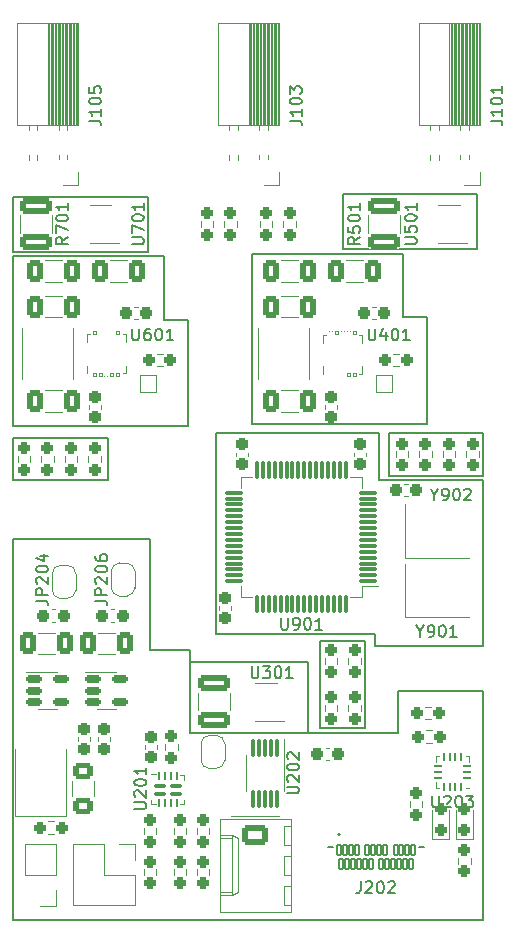
<source format=gto>
G04 #@! TF.GenerationSoftware,KiCad,Pcbnew,(6.0.8)*
G04 #@! TF.CreationDate,2023-12-02T01:29:22+01:00*
G04 #@! TF.ProjectId,lamp_devboard,6c616d70-5f64-4657-9662-6f6172642e6b,rev?*
G04 #@! TF.SameCoordinates,Original*
G04 #@! TF.FileFunction,Legend,Top*
G04 #@! TF.FilePolarity,Positive*
%FSLAX46Y46*%
G04 Gerber Fmt 4.6, Leading zero omitted, Abs format (unit mm)*
G04 Created by KiCad (PCBNEW (6.0.8)) date 2023-12-02 01:29:22*
%MOMM*%
%LPD*%
G01*
G04 APERTURE LIST*
G04 Aperture macros list*
%AMRoundRect*
0 Rectangle with rounded corners*
0 $1 Rounding radius*
0 $2 $3 $4 $5 $6 $7 $8 $9 X,Y pos of 4 corners*
0 Add a 4 corners polygon primitive as box body*
4,1,4,$2,$3,$4,$5,$6,$7,$8,$9,$2,$3,0*
0 Add four circle primitives for the rounded corners*
1,1,$1+$1,$2,$3*
1,1,$1+$1,$4,$5*
1,1,$1+$1,$6,$7*
1,1,$1+$1,$8,$9*
0 Add four rect primitives between the rounded corners*
20,1,$1+$1,$2,$3,$4,$5,0*
20,1,$1+$1,$4,$5,$6,$7,0*
20,1,$1+$1,$6,$7,$8,$9,0*
20,1,$1+$1,$8,$9,$2,$3,0*%
%AMFreePoly0*
4,1,22,0.500000,-0.750000,0.000000,-0.750000,0.000000,-0.745033,-0.079941,-0.743568,-0.215256,-0.701293,-0.333266,-0.622738,-0.424486,-0.514219,-0.481581,-0.384460,-0.499164,-0.250000,-0.500000,-0.250000,-0.500000,0.250000,-0.499164,0.250000,-0.499963,0.256109,-0.478152,0.396186,-0.417904,0.524511,-0.324060,0.630769,-0.204165,0.706417,-0.067858,0.745374,0.000000,0.744959,0.000000,0.750000,
0.500000,0.750000,0.500000,-0.750000,0.500000,-0.750000,$1*%
%AMFreePoly1*
4,1,20,0.000000,0.744959,0.073905,0.744508,0.209726,0.703889,0.328688,0.626782,0.421226,0.519385,0.479903,0.390333,0.500000,0.250000,0.500000,-0.250000,0.499851,-0.262216,0.476331,-0.402017,0.414519,-0.529596,0.319384,-0.634700,0.198574,-0.708877,0.061801,-0.746166,0.000000,-0.745033,0.000000,-0.750000,-0.500000,-0.750000,-0.500000,0.750000,0.000000,0.750000,0.000000,0.744959,
0.000000,0.744959,$1*%
G04 Aperture macros list end*
%ADD10C,0.150000*%
%ADD11C,0.120000*%
%ADD12C,0.127000*%
%ADD13C,0.200000*%
%ADD14RoundRect,0.237500X-0.237500X0.250000X-0.237500X-0.250000X0.237500X-0.250000X0.237500X0.250000X0*%
%ADD15FreePoly0,90.000000*%
%ADD16FreePoly1,90.000000*%
%ADD17RoundRect,0.250001X0.624999X-0.462499X0.624999X0.462499X-0.624999X0.462499X-0.624999X-0.462499X0*%
%ADD18RoundRect,0.150000X-0.512500X-0.150000X0.512500X-0.150000X0.512500X0.150000X-0.512500X0.150000X0*%
%ADD19RoundRect,0.237500X0.237500X-0.250000X0.237500X0.250000X-0.237500X0.250000X-0.237500X-0.250000X0*%
%ADD20RoundRect,0.075000X0.700000X0.075000X-0.700000X0.075000X-0.700000X-0.075000X0.700000X-0.075000X0*%
%ADD21RoundRect,0.075000X0.075000X0.700000X-0.075000X0.700000X-0.075000X-0.700000X0.075000X-0.700000X0*%
%ADD22R,1.700000X1.700000*%
%ADD23O,1.700000X1.700000*%
%ADD24RoundRect,0.062500X0.275000X0.062500X-0.275000X0.062500X-0.275000X-0.062500X0.275000X-0.062500X0*%
%ADD25RoundRect,0.062500X0.062500X0.275000X-0.062500X0.275000X-0.062500X-0.275000X0.062500X-0.275000X0*%
%ADD26R,1.450000X1.450000*%
%ADD27RoundRect,0.237500X0.250000X0.237500X-0.250000X0.237500X-0.250000X-0.237500X0.250000X-0.237500X0*%
%ADD28RoundRect,0.250000X-1.075000X0.400000X-1.075000X-0.400000X1.075000X-0.400000X1.075000X0.400000X0*%
%ADD29R,1.560000X0.650000*%
%ADD30RoundRect,0.250000X-0.845000X0.620000X-0.845000X-0.620000X0.845000X-0.620000X0.845000X0.620000X0*%
%ADD31O,2.190000X1.740000*%
%ADD32RoundRect,0.250000X0.412500X0.650000X-0.412500X0.650000X-0.412500X-0.650000X0.412500X-0.650000X0*%
%ADD33RoundRect,0.237500X0.300000X0.237500X-0.300000X0.237500X-0.300000X-0.237500X0.300000X-0.237500X0*%
%ADD34RoundRect,0.102000X-0.150000X-0.400000X0.150000X-0.400000X0.150000X0.400000X-0.150000X0.400000X0*%
%ADD35O,1.154000X2.254000*%
%ADD36R,2.300000X2.500000*%
%ADD37RoundRect,0.237500X0.237500X-0.300000X0.237500X0.300000X-0.237500X0.300000X-0.237500X-0.300000X0*%
%ADD38RoundRect,0.237500X-0.300000X-0.237500X0.300000X-0.237500X0.300000X0.237500X-0.300000X0.237500X0*%
%ADD39RoundRect,0.237500X0.237500X-0.287500X0.237500X0.287500X-0.237500X0.287500X-0.237500X-0.287500X0*%
%ADD40RoundRect,0.250000X-0.412500X-0.650000X0.412500X-0.650000X0.412500X0.650000X-0.412500X0.650000X0*%
%ADD41R,1.000000X1.000000*%
%ADD42RoundRect,0.237500X-0.250000X-0.237500X0.250000X-0.237500X0.250000X0.237500X-0.250000X0.237500X0*%
%ADD43R,2.100000X1.800000*%
%ADD44RoundRect,0.075000X-0.075000X0.650000X-0.075000X-0.650000X0.075000X-0.650000X0.075000X0.650000X0*%
%ADD45R,1.880000X1.570000*%
%ADD46RoundRect,0.100000X-0.425000X-0.100000X0.425000X-0.100000X0.425000X0.100000X-0.425000X0.100000X0*%
%ADD47RoundRect,0.050000X0.050000X0.250000X-0.050000X0.250000X-0.050000X-0.250000X0.050000X-0.250000X0*%
%ADD48RoundRect,0.237500X-0.237500X0.300000X-0.237500X-0.300000X0.237500X-0.300000X0.237500X0.300000X0*%
%ADD49R,3.400000X0.980000*%
%ADD50RoundRect,0.070000X0.140000X-0.140000X0.140000X0.140000X-0.140000X0.140000X-0.140000X-0.140000X0*%
%ADD51O,0.420000X0.990000*%
%ADD52C,0.600000*%
%ADD53R,0.700000X0.250000*%
%ADD54R,0.600000X0.230000*%
%ADD55R,0.900000X0.650000*%
%ADD56R,2.150000X1.700000*%
G04 APERTURE END LIST*
D10*
X40100000Y-101200000D02*
X40100000Y-101100000D01*
X55100000Y-103700000D02*
X72700000Y-103700000D01*
X54900000Y-68700000D02*
X54900000Y-77100000D01*
X60300000Y-77500000D02*
X60300000Y-63100000D01*
X40100000Y-119500000D02*
X40100000Y-87300000D01*
X52900000Y-63300000D02*
X52900000Y-68700000D01*
X40100000Y-77700000D02*
X40100000Y-63300000D01*
X79900000Y-82500000D02*
X79900000Y-82300000D01*
X73100000Y-68500000D02*
X75100000Y-68500000D01*
X40100000Y-87300000D02*
X51700000Y-87300000D01*
X75100000Y-77500000D02*
X60300000Y-77500000D01*
X79900000Y-119500000D02*
X40100000Y-119500000D01*
X79900000Y-96300000D02*
X79900000Y-82500000D01*
X68000000Y-58050000D02*
X79400000Y-58050000D01*
X79400000Y-58050000D02*
X79400000Y-62750000D01*
X79400000Y-62750000D02*
X68000000Y-62750000D01*
X68000000Y-62750000D02*
X68000000Y-58050000D01*
X40100000Y-78700000D02*
X48100000Y-78700000D01*
X48100000Y-78700000D02*
X48100000Y-82300000D01*
X48100000Y-82300000D02*
X40100000Y-82300000D01*
X40100000Y-82300000D02*
X40100000Y-78700000D01*
X71100000Y-82300000D02*
X71100000Y-78300000D01*
X71900000Y-78300000D02*
X79900000Y-78300000D01*
X79900000Y-78300000D02*
X79900000Y-81900000D01*
X79900000Y-81900000D02*
X71900000Y-81900000D01*
X71900000Y-81900000D02*
X71900000Y-78300000D01*
X55100000Y-96700000D02*
X55100000Y-103700000D01*
X60300000Y-63100000D02*
X73100000Y-63100000D01*
X52900000Y-68700000D02*
X54900000Y-68700000D01*
X57300000Y-78300000D02*
X57300000Y-95300000D01*
X40100000Y-63300000D02*
X52900000Y-63300000D01*
X55100000Y-97700000D02*
X65100000Y-97700000D01*
X65100000Y-97700000D02*
X65100000Y-103700000D01*
X65100000Y-103700000D02*
X55100000Y-103700000D01*
X55100000Y-103700000D02*
X55100000Y-97700000D01*
X51700000Y-96700000D02*
X55100000Y-96700000D01*
X51700000Y-87300000D02*
X51700000Y-96700000D01*
X57300000Y-95300000D02*
X70700000Y-95300000D01*
X40100000Y-58300000D02*
X51500000Y-58300000D01*
X51500000Y-58300000D02*
X51500000Y-63000000D01*
X51500000Y-63000000D02*
X40100000Y-63000000D01*
X40100000Y-63000000D02*
X40100000Y-58300000D01*
X72700000Y-100100000D02*
X79900000Y-100100000D01*
X64500000Y-78300000D02*
X71100000Y-78300000D01*
X73100000Y-63100000D02*
X73100000Y-68500000D01*
X54900000Y-77500000D02*
X54900000Y-77700000D01*
X64500000Y-78300000D02*
X57300000Y-78300000D01*
X54900000Y-77100000D02*
X54900000Y-77500000D01*
X72700000Y-103700000D02*
X72700000Y-100100000D01*
X75100000Y-68500000D02*
X75100000Y-76900000D01*
X66100000Y-95900000D02*
X69900000Y-95900000D01*
X69900000Y-95900000D02*
X69900000Y-103300000D01*
X69900000Y-103300000D02*
X66100000Y-103300000D01*
X66100000Y-103300000D02*
X66100000Y-95900000D01*
X79900000Y-82300000D02*
X71100000Y-82300000D01*
X70700000Y-95300000D02*
X70700000Y-96300000D01*
X75100000Y-76900000D02*
X75100000Y-77300000D01*
X54900000Y-77700000D02*
X40100000Y-77700000D01*
X75100000Y-77300000D02*
X75100000Y-77500000D01*
X79900000Y-119300000D02*
X79900000Y-119500000D01*
X70700000Y-96300000D02*
X79900000Y-96300000D01*
X79900000Y-100100000D02*
X79900000Y-119300000D01*
X42052380Y-92485714D02*
X42766666Y-92485714D01*
X42909523Y-92533333D01*
X43004761Y-92628571D01*
X43052380Y-92771428D01*
X43052380Y-92866666D01*
X43052380Y-92009523D02*
X42052380Y-92009523D01*
X42052380Y-91628571D01*
X42100000Y-91533333D01*
X42147619Y-91485714D01*
X42242857Y-91438095D01*
X42385714Y-91438095D01*
X42480952Y-91485714D01*
X42528571Y-91533333D01*
X42576190Y-91628571D01*
X42576190Y-92009523D01*
X42147619Y-91057142D02*
X42100000Y-91009523D01*
X42052380Y-90914285D01*
X42052380Y-90676190D01*
X42100000Y-90580952D01*
X42147619Y-90533333D01*
X42242857Y-90485714D01*
X42338095Y-90485714D01*
X42480952Y-90533333D01*
X43052380Y-91104761D01*
X43052380Y-90485714D01*
X42052380Y-89866666D02*
X42052380Y-89771428D01*
X42100000Y-89676190D01*
X42147619Y-89628571D01*
X42242857Y-89580952D01*
X42433333Y-89533333D01*
X42671428Y-89533333D01*
X42861904Y-89580952D01*
X42957142Y-89628571D01*
X43004761Y-89676190D01*
X43052380Y-89771428D01*
X43052380Y-89866666D01*
X43004761Y-89961904D01*
X42957142Y-90009523D01*
X42861904Y-90057142D01*
X42671428Y-90104761D01*
X42433333Y-90104761D01*
X42242857Y-90057142D01*
X42147619Y-90009523D01*
X42100000Y-89961904D01*
X42052380Y-89866666D01*
X42385714Y-88676190D02*
X43052380Y-88676190D01*
X42004761Y-88914285D02*
X42719047Y-89152380D01*
X42719047Y-88533333D01*
X62785714Y-93952380D02*
X62785714Y-94761904D01*
X62833333Y-94857142D01*
X62880952Y-94904761D01*
X62976190Y-94952380D01*
X63166666Y-94952380D01*
X63261904Y-94904761D01*
X63309523Y-94857142D01*
X63357142Y-94761904D01*
X63357142Y-93952380D01*
X63880952Y-94952380D02*
X64071428Y-94952380D01*
X64166666Y-94904761D01*
X64214285Y-94857142D01*
X64309523Y-94714285D01*
X64357142Y-94523809D01*
X64357142Y-94142857D01*
X64309523Y-94047619D01*
X64261904Y-94000000D01*
X64166666Y-93952380D01*
X63976190Y-93952380D01*
X63880952Y-94000000D01*
X63833333Y-94047619D01*
X63785714Y-94142857D01*
X63785714Y-94380952D01*
X63833333Y-94476190D01*
X63880952Y-94523809D01*
X63976190Y-94571428D01*
X64166666Y-94571428D01*
X64261904Y-94523809D01*
X64309523Y-94476190D01*
X64357142Y-94380952D01*
X64976190Y-93952380D02*
X65071428Y-93952380D01*
X65166666Y-94000000D01*
X65214285Y-94047619D01*
X65261904Y-94142857D01*
X65309523Y-94333333D01*
X65309523Y-94571428D01*
X65261904Y-94761904D01*
X65214285Y-94857142D01*
X65166666Y-94904761D01*
X65071428Y-94952380D01*
X64976190Y-94952380D01*
X64880952Y-94904761D01*
X64833333Y-94857142D01*
X64785714Y-94761904D01*
X64738095Y-94571428D01*
X64738095Y-94333333D01*
X64785714Y-94142857D01*
X64833333Y-94047619D01*
X64880952Y-94000000D01*
X64976190Y-93952380D01*
X66261904Y-94952380D02*
X65690476Y-94952380D01*
X65976190Y-94952380D02*
X65976190Y-93952380D01*
X65880952Y-94095238D01*
X65785714Y-94190476D01*
X65690476Y-94238095D01*
X80522380Y-51860714D02*
X81236666Y-51860714D01*
X81379523Y-51908333D01*
X81474761Y-52003571D01*
X81522380Y-52146428D01*
X81522380Y-52241666D01*
X81522380Y-50860714D02*
X81522380Y-51432142D01*
X81522380Y-51146428D02*
X80522380Y-51146428D01*
X80665238Y-51241666D01*
X80760476Y-51336904D01*
X80808095Y-51432142D01*
X80522380Y-50241666D02*
X80522380Y-50146428D01*
X80570000Y-50051190D01*
X80617619Y-50003571D01*
X80712857Y-49955952D01*
X80903333Y-49908333D01*
X81141428Y-49908333D01*
X81331904Y-49955952D01*
X81427142Y-50003571D01*
X81474761Y-50051190D01*
X81522380Y-50146428D01*
X81522380Y-50241666D01*
X81474761Y-50336904D01*
X81427142Y-50384523D01*
X81331904Y-50432142D01*
X81141428Y-50479761D01*
X80903333Y-50479761D01*
X80712857Y-50432142D01*
X80617619Y-50384523D01*
X80570000Y-50336904D01*
X80522380Y-50241666D01*
X81522380Y-48955952D02*
X81522380Y-49527380D01*
X81522380Y-49241666D02*
X80522380Y-49241666D01*
X80665238Y-49336904D01*
X80760476Y-49432142D01*
X80808095Y-49527380D01*
X75585714Y-109002380D02*
X75585714Y-109811904D01*
X75633333Y-109907142D01*
X75680952Y-109954761D01*
X75776190Y-110002380D01*
X75966666Y-110002380D01*
X76061904Y-109954761D01*
X76109523Y-109907142D01*
X76157142Y-109811904D01*
X76157142Y-109002380D01*
X76585714Y-109097619D02*
X76633333Y-109050000D01*
X76728571Y-109002380D01*
X76966666Y-109002380D01*
X77061904Y-109050000D01*
X77109523Y-109097619D01*
X77157142Y-109192857D01*
X77157142Y-109288095D01*
X77109523Y-109430952D01*
X76538095Y-110002380D01*
X77157142Y-110002380D01*
X77776190Y-109002380D02*
X77871428Y-109002380D01*
X77966666Y-109050000D01*
X78014285Y-109097619D01*
X78061904Y-109192857D01*
X78109523Y-109383333D01*
X78109523Y-109621428D01*
X78061904Y-109811904D01*
X78014285Y-109907142D01*
X77966666Y-109954761D01*
X77871428Y-110002380D01*
X77776190Y-110002380D01*
X77680952Y-109954761D01*
X77633333Y-109907142D01*
X77585714Y-109811904D01*
X77538095Y-109621428D01*
X77538095Y-109383333D01*
X77585714Y-109192857D01*
X77633333Y-109097619D01*
X77680952Y-109050000D01*
X77776190Y-109002380D01*
X78442857Y-109002380D02*
X79061904Y-109002380D01*
X78728571Y-109383333D01*
X78871428Y-109383333D01*
X78966666Y-109430952D01*
X79014285Y-109478571D01*
X79061904Y-109573809D01*
X79061904Y-109811904D01*
X79014285Y-109907142D01*
X78966666Y-109954761D01*
X78871428Y-110002380D01*
X78585714Y-110002380D01*
X78490476Y-109954761D01*
X78442857Y-109907142D01*
X69452380Y-61719047D02*
X68976190Y-62052380D01*
X69452380Y-62290476D02*
X68452380Y-62290476D01*
X68452380Y-61909523D01*
X68500000Y-61814285D01*
X68547619Y-61766666D01*
X68642857Y-61719047D01*
X68785714Y-61719047D01*
X68880952Y-61766666D01*
X68928571Y-61814285D01*
X68976190Y-61909523D01*
X68976190Y-62290476D01*
X68452380Y-60814285D02*
X68452380Y-61290476D01*
X68928571Y-61338095D01*
X68880952Y-61290476D01*
X68833333Y-61195238D01*
X68833333Y-60957142D01*
X68880952Y-60861904D01*
X68928571Y-60814285D01*
X69023809Y-60766666D01*
X69261904Y-60766666D01*
X69357142Y-60814285D01*
X69404761Y-60861904D01*
X69452380Y-60957142D01*
X69452380Y-61195238D01*
X69404761Y-61290476D01*
X69357142Y-61338095D01*
X68452380Y-60147619D02*
X68452380Y-60052380D01*
X68500000Y-59957142D01*
X68547619Y-59909523D01*
X68642857Y-59861904D01*
X68833333Y-59814285D01*
X69071428Y-59814285D01*
X69261904Y-59861904D01*
X69357142Y-59909523D01*
X69404761Y-59957142D01*
X69452380Y-60052380D01*
X69452380Y-60147619D01*
X69404761Y-60242857D01*
X69357142Y-60290476D01*
X69261904Y-60338095D01*
X69071428Y-60385714D01*
X68833333Y-60385714D01*
X68642857Y-60338095D01*
X68547619Y-60290476D01*
X68500000Y-60242857D01*
X68452380Y-60147619D01*
X69452380Y-58861904D02*
X69452380Y-59433333D01*
X69452380Y-59147619D02*
X68452380Y-59147619D01*
X68595238Y-59242857D01*
X68690476Y-59338095D01*
X68738095Y-59433333D01*
X60285714Y-98052380D02*
X60285714Y-98861904D01*
X60333333Y-98957142D01*
X60380952Y-99004761D01*
X60476190Y-99052380D01*
X60666666Y-99052380D01*
X60761904Y-99004761D01*
X60809523Y-98957142D01*
X60857142Y-98861904D01*
X60857142Y-98052380D01*
X61238095Y-98052380D02*
X61857142Y-98052380D01*
X61523809Y-98433333D01*
X61666666Y-98433333D01*
X61761904Y-98480952D01*
X61809523Y-98528571D01*
X61857142Y-98623809D01*
X61857142Y-98861904D01*
X61809523Y-98957142D01*
X61761904Y-99004761D01*
X61666666Y-99052380D01*
X61380952Y-99052380D01*
X61285714Y-99004761D01*
X61238095Y-98957142D01*
X62476190Y-98052380D02*
X62571428Y-98052380D01*
X62666666Y-98100000D01*
X62714285Y-98147619D01*
X62761904Y-98242857D01*
X62809523Y-98433333D01*
X62809523Y-98671428D01*
X62761904Y-98861904D01*
X62714285Y-98957142D01*
X62666666Y-99004761D01*
X62571428Y-99052380D01*
X62476190Y-99052380D01*
X62380952Y-99004761D01*
X62333333Y-98957142D01*
X62285714Y-98861904D01*
X62238095Y-98671428D01*
X62238095Y-98433333D01*
X62285714Y-98242857D01*
X62333333Y-98147619D01*
X62380952Y-98100000D01*
X62476190Y-98052380D01*
X63761904Y-99052380D02*
X63190476Y-99052380D01*
X63476190Y-99052380D02*
X63476190Y-98052380D01*
X63380952Y-98195238D01*
X63285714Y-98290476D01*
X63190476Y-98338095D01*
X46522380Y-51860714D02*
X47236666Y-51860714D01*
X47379523Y-51908333D01*
X47474761Y-52003571D01*
X47522380Y-52146428D01*
X47522380Y-52241666D01*
X47522380Y-50860714D02*
X47522380Y-51432142D01*
X47522380Y-51146428D02*
X46522380Y-51146428D01*
X46665238Y-51241666D01*
X46760476Y-51336904D01*
X46808095Y-51432142D01*
X46522380Y-50241666D02*
X46522380Y-50146428D01*
X46570000Y-50051190D01*
X46617619Y-50003571D01*
X46712857Y-49955952D01*
X46903333Y-49908333D01*
X47141428Y-49908333D01*
X47331904Y-49955952D01*
X47427142Y-50003571D01*
X47474761Y-50051190D01*
X47522380Y-50146428D01*
X47522380Y-50241666D01*
X47474761Y-50336904D01*
X47427142Y-50384523D01*
X47331904Y-50432142D01*
X47141428Y-50479761D01*
X46903333Y-50479761D01*
X46712857Y-50432142D01*
X46617619Y-50384523D01*
X46570000Y-50336904D01*
X46522380Y-50241666D01*
X46522380Y-49003571D02*
X46522380Y-49479761D01*
X46998571Y-49527380D01*
X46950952Y-49479761D01*
X46903333Y-49384523D01*
X46903333Y-49146428D01*
X46950952Y-49051190D01*
X46998571Y-49003571D01*
X47093809Y-48955952D01*
X47331904Y-48955952D01*
X47427142Y-49003571D01*
X47474761Y-49051190D01*
X47522380Y-49146428D01*
X47522380Y-49384523D01*
X47474761Y-49479761D01*
X47427142Y-49527380D01*
X69514285Y-116252380D02*
X69514285Y-116966666D01*
X69466666Y-117109523D01*
X69371428Y-117204761D01*
X69228571Y-117252380D01*
X69133333Y-117252380D01*
X69942857Y-116347619D02*
X69990476Y-116300000D01*
X70085714Y-116252380D01*
X70323809Y-116252380D01*
X70419047Y-116300000D01*
X70466666Y-116347619D01*
X70514285Y-116442857D01*
X70514285Y-116538095D01*
X70466666Y-116680952D01*
X69895238Y-117252380D01*
X70514285Y-117252380D01*
X71133333Y-116252380D02*
X71228571Y-116252380D01*
X71323809Y-116300000D01*
X71371428Y-116347619D01*
X71419047Y-116442857D01*
X71466666Y-116633333D01*
X71466666Y-116871428D01*
X71419047Y-117061904D01*
X71371428Y-117157142D01*
X71323809Y-117204761D01*
X71228571Y-117252380D01*
X71133333Y-117252380D01*
X71038095Y-117204761D01*
X70990476Y-117157142D01*
X70942857Y-117061904D01*
X70895238Y-116871428D01*
X70895238Y-116633333D01*
X70942857Y-116442857D01*
X70990476Y-116347619D01*
X71038095Y-116300000D01*
X71133333Y-116252380D01*
X71847619Y-116347619D02*
X71895238Y-116300000D01*
X71990476Y-116252380D01*
X72228571Y-116252380D01*
X72323809Y-116300000D01*
X72371428Y-116347619D01*
X72419047Y-116442857D01*
X72419047Y-116538095D01*
X72371428Y-116680952D01*
X71800000Y-117252380D01*
X72419047Y-117252380D01*
X44732380Y-61719047D02*
X44256190Y-62052380D01*
X44732380Y-62290476D02*
X43732380Y-62290476D01*
X43732380Y-61909523D01*
X43780000Y-61814285D01*
X43827619Y-61766666D01*
X43922857Y-61719047D01*
X44065714Y-61719047D01*
X44160952Y-61766666D01*
X44208571Y-61814285D01*
X44256190Y-61909523D01*
X44256190Y-62290476D01*
X43732380Y-61385714D02*
X43732380Y-60719047D01*
X44732380Y-61147619D01*
X43732380Y-60147619D02*
X43732380Y-60052380D01*
X43780000Y-59957142D01*
X43827619Y-59909523D01*
X43922857Y-59861904D01*
X44113333Y-59814285D01*
X44351428Y-59814285D01*
X44541904Y-59861904D01*
X44637142Y-59909523D01*
X44684761Y-59957142D01*
X44732380Y-60052380D01*
X44732380Y-60147619D01*
X44684761Y-60242857D01*
X44637142Y-60290476D01*
X44541904Y-60338095D01*
X44351428Y-60385714D01*
X44113333Y-60385714D01*
X43922857Y-60338095D01*
X43827619Y-60290476D01*
X43780000Y-60242857D01*
X43732380Y-60147619D01*
X44732380Y-58861904D02*
X44732380Y-59433333D01*
X44732380Y-59147619D02*
X43732380Y-59147619D01*
X43875238Y-59242857D01*
X43970476Y-59338095D01*
X44018095Y-59433333D01*
X63522380Y-51860714D02*
X64236666Y-51860714D01*
X64379523Y-51908333D01*
X64474761Y-52003571D01*
X64522380Y-52146428D01*
X64522380Y-52241666D01*
X64522380Y-50860714D02*
X64522380Y-51432142D01*
X64522380Y-51146428D02*
X63522380Y-51146428D01*
X63665238Y-51241666D01*
X63760476Y-51336904D01*
X63808095Y-51432142D01*
X63522380Y-50241666D02*
X63522380Y-50146428D01*
X63570000Y-50051190D01*
X63617619Y-50003571D01*
X63712857Y-49955952D01*
X63903333Y-49908333D01*
X64141428Y-49908333D01*
X64331904Y-49955952D01*
X64427142Y-50003571D01*
X64474761Y-50051190D01*
X64522380Y-50146428D01*
X64522380Y-50241666D01*
X64474761Y-50336904D01*
X64427142Y-50384523D01*
X64331904Y-50432142D01*
X64141428Y-50479761D01*
X63903333Y-50479761D01*
X63712857Y-50432142D01*
X63617619Y-50384523D01*
X63570000Y-50336904D01*
X63522380Y-50241666D01*
X63522380Y-49575000D02*
X63522380Y-48955952D01*
X63903333Y-49289285D01*
X63903333Y-49146428D01*
X63950952Y-49051190D01*
X63998571Y-49003571D01*
X64093809Y-48955952D01*
X64331904Y-48955952D01*
X64427142Y-49003571D01*
X64474761Y-49051190D01*
X64522380Y-49146428D01*
X64522380Y-49432142D01*
X64474761Y-49527380D01*
X64427142Y-49575000D01*
X75771428Y-83526190D02*
X75771428Y-84002380D01*
X75438095Y-83002380D02*
X75771428Y-83526190D01*
X76104761Y-83002380D01*
X76485714Y-84002380D02*
X76676190Y-84002380D01*
X76771428Y-83954761D01*
X76819047Y-83907142D01*
X76914285Y-83764285D01*
X76961904Y-83573809D01*
X76961904Y-83192857D01*
X76914285Y-83097619D01*
X76866666Y-83050000D01*
X76771428Y-83002380D01*
X76580952Y-83002380D01*
X76485714Y-83050000D01*
X76438095Y-83097619D01*
X76390476Y-83192857D01*
X76390476Y-83430952D01*
X76438095Y-83526190D01*
X76485714Y-83573809D01*
X76580952Y-83621428D01*
X76771428Y-83621428D01*
X76866666Y-83573809D01*
X76914285Y-83526190D01*
X76961904Y-83430952D01*
X77580952Y-83002380D02*
X77676190Y-83002380D01*
X77771428Y-83050000D01*
X77819047Y-83097619D01*
X77866666Y-83192857D01*
X77914285Y-83383333D01*
X77914285Y-83621428D01*
X77866666Y-83811904D01*
X77819047Y-83907142D01*
X77771428Y-83954761D01*
X77676190Y-84002380D01*
X77580952Y-84002380D01*
X77485714Y-83954761D01*
X77438095Y-83907142D01*
X77390476Y-83811904D01*
X77342857Y-83621428D01*
X77342857Y-83383333D01*
X77390476Y-83192857D01*
X77438095Y-83097619D01*
X77485714Y-83050000D01*
X77580952Y-83002380D01*
X78295238Y-83097619D02*
X78342857Y-83050000D01*
X78438095Y-83002380D01*
X78676190Y-83002380D01*
X78771428Y-83050000D01*
X78819047Y-83097619D01*
X78866666Y-83192857D01*
X78866666Y-83288095D01*
X78819047Y-83430952D01*
X78247619Y-84002380D01*
X78866666Y-84002380D01*
X63302380Y-108814285D02*
X64111904Y-108814285D01*
X64207142Y-108766666D01*
X64254761Y-108719047D01*
X64302380Y-108623809D01*
X64302380Y-108433333D01*
X64254761Y-108338095D01*
X64207142Y-108290476D01*
X64111904Y-108242857D01*
X63302380Y-108242857D01*
X63397619Y-107814285D02*
X63350000Y-107766666D01*
X63302380Y-107671428D01*
X63302380Y-107433333D01*
X63350000Y-107338095D01*
X63397619Y-107290476D01*
X63492857Y-107242857D01*
X63588095Y-107242857D01*
X63730952Y-107290476D01*
X64302380Y-107861904D01*
X64302380Y-107242857D01*
X63302380Y-106623809D02*
X63302380Y-106528571D01*
X63350000Y-106433333D01*
X63397619Y-106385714D01*
X63492857Y-106338095D01*
X63683333Y-106290476D01*
X63921428Y-106290476D01*
X64111904Y-106338095D01*
X64207142Y-106385714D01*
X64254761Y-106433333D01*
X64302380Y-106528571D01*
X64302380Y-106623809D01*
X64254761Y-106719047D01*
X64207142Y-106766666D01*
X64111904Y-106814285D01*
X63921428Y-106861904D01*
X63683333Y-106861904D01*
X63492857Y-106814285D01*
X63397619Y-106766666D01*
X63350000Y-106719047D01*
X63302380Y-106623809D01*
X63397619Y-105909523D02*
X63350000Y-105861904D01*
X63302380Y-105766666D01*
X63302380Y-105528571D01*
X63350000Y-105433333D01*
X63397619Y-105385714D01*
X63492857Y-105338095D01*
X63588095Y-105338095D01*
X63730952Y-105385714D01*
X64302380Y-105957142D01*
X64302380Y-105338095D01*
X50352380Y-110114285D02*
X51161904Y-110114285D01*
X51257142Y-110066666D01*
X51304761Y-110019047D01*
X51352380Y-109923809D01*
X51352380Y-109733333D01*
X51304761Y-109638095D01*
X51257142Y-109590476D01*
X51161904Y-109542857D01*
X50352380Y-109542857D01*
X50447619Y-109114285D02*
X50400000Y-109066666D01*
X50352380Y-108971428D01*
X50352380Y-108733333D01*
X50400000Y-108638095D01*
X50447619Y-108590476D01*
X50542857Y-108542857D01*
X50638095Y-108542857D01*
X50780952Y-108590476D01*
X51352380Y-109161904D01*
X51352380Y-108542857D01*
X50352380Y-107923809D02*
X50352380Y-107828571D01*
X50400000Y-107733333D01*
X50447619Y-107685714D01*
X50542857Y-107638095D01*
X50733333Y-107590476D01*
X50971428Y-107590476D01*
X51161904Y-107638095D01*
X51257142Y-107685714D01*
X51304761Y-107733333D01*
X51352380Y-107828571D01*
X51352380Y-107923809D01*
X51304761Y-108019047D01*
X51257142Y-108066666D01*
X51161904Y-108114285D01*
X50971428Y-108161904D01*
X50733333Y-108161904D01*
X50542857Y-108114285D01*
X50447619Y-108066666D01*
X50400000Y-108019047D01*
X50352380Y-107923809D01*
X51352380Y-106638095D02*
X51352380Y-107209523D01*
X51352380Y-106923809D02*
X50352380Y-106923809D01*
X50495238Y-107019047D01*
X50590476Y-107114285D01*
X50638095Y-107209523D01*
X70185714Y-69452380D02*
X70185714Y-70261904D01*
X70233333Y-70357142D01*
X70280952Y-70404761D01*
X70376190Y-70452380D01*
X70566666Y-70452380D01*
X70661904Y-70404761D01*
X70709523Y-70357142D01*
X70757142Y-70261904D01*
X70757142Y-69452380D01*
X71661904Y-69785714D02*
X71661904Y-70452380D01*
X71423809Y-69404761D02*
X71185714Y-70119047D01*
X71804761Y-70119047D01*
X72376190Y-69452380D02*
X72471428Y-69452380D01*
X72566666Y-69500000D01*
X72614285Y-69547619D01*
X72661904Y-69642857D01*
X72709523Y-69833333D01*
X72709523Y-70071428D01*
X72661904Y-70261904D01*
X72614285Y-70357142D01*
X72566666Y-70404761D01*
X72471428Y-70452380D01*
X72376190Y-70452380D01*
X72280952Y-70404761D01*
X72233333Y-70357142D01*
X72185714Y-70261904D01*
X72138095Y-70071428D01*
X72138095Y-69833333D01*
X72185714Y-69642857D01*
X72233333Y-69547619D01*
X72280952Y-69500000D01*
X72376190Y-69452380D01*
X73661904Y-70452380D02*
X73090476Y-70452380D01*
X73376190Y-70452380D02*
X73376190Y-69452380D01*
X73280952Y-69595238D01*
X73185714Y-69690476D01*
X73090476Y-69738095D01*
X50185714Y-69452380D02*
X50185714Y-70261904D01*
X50233333Y-70357142D01*
X50280952Y-70404761D01*
X50376190Y-70452380D01*
X50566666Y-70452380D01*
X50661904Y-70404761D01*
X50709523Y-70357142D01*
X50757142Y-70261904D01*
X50757142Y-69452380D01*
X51661904Y-69452380D02*
X51471428Y-69452380D01*
X51376190Y-69500000D01*
X51328571Y-69547619D01*
X51233333Y-69690476D01*
X51185714Y-69880952D01*
X51185714Y-70261904D01*
X51233333Y-70357142D01*
X51280952Y-70404761D01*
X51376190Y-70452380D01*
X51566666Y-70452380D01*
X51661904Y-70404761D01*
X51709523Y-70357142D01*
X51757142Y-70261904D01*
X51757142Y-70023809D01*
X51709523Y-69928571D01*
X51661904Y-69880952D01*
X51566666Y-69833333D01*
X51376190Y-69833333D01*
X51280952Y-69880952D01*
X51233333Y-69928571D01*
X51185714Y-70023809D01*
X52376190Y-69452380D02*
X52471428Y-69452380D01*
X52566666Y-69500000D01*
X52614285Y-69547619D01*
X52661904Y-69642857D01*
X52709523Y-69833333D01*
X52709523Y-70071428D01*
X52661904Y-70261904D01*
X52614285Y-70357142D01*
X52566666Y-70404761D01*
X52471428Y-70452380D01*
X52376190Y-70452380D01*
X52280952Y-70404761D01*
X52233333Y-70357142D01*
X52185714Y-70261904D01*
X52138095Y-70071428D01*
X52138095Y-69833333D01*
X52185714Y-69642857D01*
X52233333Y-69547619D01*
X52280952Y-69500000D01*
X52376190Y-69452380D01*
X53661904Y-70452380D02*
X53090476Y-70452380D01*
X53376190Y-70452380D02*
X53376190Y-69452380D01*
X53280952Y-69595238D01*
X53185714Y-69690476D01*
X53090476Y-69738095D01*
X47052380Y-92485714D02*
X47766666Y-92485714D01*
X47909523Y-92533333D01*
X48004761Y-92628571D01*
X48052380Y-92771428D01*
X48052380Y-92866666D01*
X48052380Y-92009523D02*
X47052380Y-92009523D01*
X47052380Y-91628571D01*
X47100000Y-91533333D01*
X47147619Y-91485714D01*
X47242857Y-91438095D01*
X47385714Y-91438095D01*
X47480952Y-91485714D01*
X47528571Y-91533333D01*
X47576190Y-91628571D01*
X47576190Y-92009523D01*
X47147619Y-91057142D02*
X47100000Y-91009523D01*
X47052380Y-90914285D01*
X47052380Y-90676190D01*
X47100000Y-90580952D01*
X47147619Y-90533333D01*
X47242857Y-90485714D01*
X47338095Y-90485714D01*
X47480952Y-90533333D01*
X48052380Y-91104761D01*
X48052380Y-90485714D01*
X47052380Y-89866666D02*
X47052380Y-89771428D01*
X47100000Y-89676190D01*
X47147619Y-89628571D01*
X47242857Y-89580952D01*
X47433333Y-89533333D01*
X47671428Y-89533333D01*
X47861904Y-89580952D01*
X47957142Y-89628571D01*
X48004761Y-89676190D01*
X48052380Y-89771428D01*
X48052380Y-89866666D01*
X48004761Y-89961904D01*
X47957142Y-90009523D01*
X47861904Y-90057142D01*
X47671428Y-90104761D01*
X47433333Y-90104761D01*
X47242857Y-90057142D01*
X47147619Y-90009523D01*
X47100000Y-89961904D01*
X47052380Y-89866666D01*
X47052380Y-88676190D02*
X47052380Y-88866666D01*
X47100000Y-88961904D01*
X47147619Y-89009523D01*
X47290476Y-89104761D01*
X47480952Y-89152380D01*
X47861904Y-89152380D01*
X47957142Y-89104761D01*
X48004761Y-89057142D01*
X48052380Y-88961904D01*
X48052380Y-88771428D01*
X48004761Y-88676190D01*
X47957142Y-88628571D01*
X47861904Y-88580952D01*
X47623809Y-88580952D01*
X47528571Y-88628571D01*
X47480952Y-88676190D01*
X47433333Y-88771428D01*
X47433333Y-88961904D01*
X47480952Y-89057142D01*
X47528571Y-89104761D01*
X47623809Y-89152380D01*
X50152380Y-62314285D02*
X50961904Y-62314285D01*
X51057142Y-62266666D01*
X51104761Y-62219047D01*
X51152380Y-62123809D01*
X51152380Y-61933333D01*
X51104761Y-61838095D01*
X51057142Y-61790476D01*
X50961904Y-61742857D01*
X50152380Y-61742857D01*
X50152380Y-61361904D02*
X50152380Y-60695238D01*
X51152380Y-61123809D01*
X50152380Y-60123809D02*
X50152380Y-60028571D01*
X50200000Y-59933333D01*
X50247619Y-59885714D01*
X50342857Y-59838095D01*
X50533333Y-59790476D01*
X50771428Y-59790476D01*
X50961904Y-59838095D01*
X51057142Y-59885714D01*
X51104761Y-59933333D01*
X51152380Y-60028571D01*
X51152380Y-60123809D01*
X51104761Y-60219047D01*
X51057142Y-60266666D01*
X50961904Y-60314285D01*
X50771428Y-60361904D01*
X50533333Y-60361904D01*
X50342857Y-60314285D01*
X50247619Y-60266666D01*
X50200000Y-60219047D01*
X50152380Y-60123809D01*
X51152380Y-58838095D02*
X51152380Y-59409523D01*
X51152380Y-59123809D02*
X50152380Y-59123809D01*
X50295238Y-59219047D01*
X50390476Y-59314285D01*
X50438095Y-59409523D01*
X74571428Y-95076190D02*
X74571428Y-95552380D01*
X74238095Y-94552380D02*
X74571428Y-95076190D01*
X74904761Y-94552380D01*
X75285714Y-95552380D02*
X75476190Y-95552380D01*
X75571428Y-95504761D01*
X75619047Y-95457142D01*
X75714285Y-95314285D01*
X75761904Y-95123809D01*
X75761904Y-94742857D01*
X75714285Y-94647619D01*
X75666666Y-94600000D01*
X75571428Y-94552380D01*
X75380952Y-94552380D01*
X75285714Y-94600000D01*
X75238095Y-94647619D01*
X75190476Y-94742857D01*
X75190476Y-94980952D01*
X75238095Y-95076190D01*
X75285714Y-95123809D01*
X75380952Y-95171428D01*
X75571428Y-95171428D01*
X75666666Y-95123809D01*
X75714285Y-95076190D01*
X75761904Y-94980952D01*
X76380952Y-94552380D02*
X76476190Y-94552380D01*
X76571428Y-94600000D01*
X76619047Y-94647619D01*
X76666666Y-94742857D01*
X76714285Y-94933333D01*
X76714285Y-95171428D01*
X76666666Y-95361904D01*
X76619047Y-95457142D01*
X76571428Y-95504761D01*
X76476190Y-95552380D01*
X76380952Y-95552380D01*
X76285714Y-95504761D01*
X76238095Y-95457142D01*
X76190476Y-95361904D01*
X76142857Y-95171428D01*
X76142857Y-94933333D01*
X76190476Y-94742857D01*
X76238095Y-94647619D01*
X76285714Y-94600000D01*
X76380952Y-94552380D01*
X77666666Y-95552380D02*
X77095238Y-95552380D01*
X77380952Y-95552380D02*
X77380952Y-94552380D01*
X77285714Y-94695238D01*
X77190476Y-94790476D01*
X77095238Y-94838095D01*
X73252380Y-62314285D02*
X74061904Y-62314285D01*
X74157142Y-62266666D01*
X74204761Y-62219047D01*
X74252380Y-62123809D01*
X74252380Y-61933333D01*
X74204761Y-61838095D01*
X74157142Y-61790476D01*
X74061904Y-61742857D01*
X73252380Y-61742857D01*
X73252380Y-60790476D02*
X73252380Y-61266666D01*
X73728571Y-61314285D01*
X73680952Y-61266666D01*
X73633333Y-61171428D01*
X73633333Y-60933333D01*
X73680952Y-60838095D01*
X73728571Y-60790476D01*
X73823809Y-60742857D01*
X74061904Y-60742857D01*
X74157142Y-60790476D01*
X74204761Y-60838095D01*
X74252380Y-60933333D01*
X74252380Y-61171428D01*
X74204761Y-61266666D01*
X74157142Y-61314285D01*
X73252380Y-60123809D02*
X73252380Y-60028571D01*
X73300000Y-59933333D01*
X73347619Y-59885714D01*
X73442857Y-59838095D01*
X73633333Y-59790476D01*
X73871428Y-59790476D01*
X74061904Y-59838095D01*
X74157142Y-59885714D01*
X74204761Y-59933333D01*
X74252380Y-60028571D01*
X74252380Y-60123809D01*
X74204761Y-60219047D01*
X74157142Y-60266666D01*
X74061904Y-60314285D01*
X73871428Y-60361904D01*
X73633333Y-60361904D01*
X73442857Y-60314285D01*
X73347619Y-60266666D01*
X73300000Y-60219047D01*
X73252380Y-60123809D01*
X74252380Y-58838095D02*
X74252380Y-59409523D01*
X74252380Y-59123809D02*
X73252380Y-59123809D01*
X73395238Y-59219047D01*
X73490476Y-59314285D01*
X73538095Y-59409523D01*
D11*
X53677500Y-111745276D02*
X53677500Y-112254724D01*
X54722500Y-111745276D02*
X54722500Y-112254724D01*
X45400000Y-90200000D02*
X45400000Y-91600000D01*
X43400000Y-91600000D02*
X43400000Y-90200000D01*
X44100000Y-89500000D02*
X44700000Y-89500000D01*
X44700000Y-92300000D02*
X44100000Y-92300000D01*
X43400000Y-91600000D02*
G75*
G03*
X44100000Y-92300000I699999J-1D01*
G01*
X45400000Y-90200000D02*
G75*
G03*
X44700000Y-89500000I-700000J0D01*
G01*
X44100000Y-89500000D02*
G75*
G03*
X43400000Y-90200000I0J-700000D01*
G01*
X44700000Y-92300000D02*
G75*
G03*
X45400000Y-91600000I1J699999D01*
G01*
X45090000Y-109002064D02*
X45090000Y-107797936D01*
X46910000Y-109002064D02*
X46910000Y-107797936D01*
X43000000Y-101660000D02*
X43800000Y-101660000D01*
X43000000Y-98540000D02*
X43800000Y-98540000D01*
X43000000Y-98540000D02*
X41200000Y-98540000D01*
X43000000Y-101660000D02*
X42200000Y-101660000D01*
X55977500Y-60854724D02*
X55977500Y-60345276D01*
X57022500Y-60854724D02*
X57022500Y-60345276D01*
X59390000Y-81990000D02*
X59390000Y-82940000D01*
X69610000Y-81990000D02*
X69610000Y-82940000D01*
X68660000Y-81990000D02*
X69610000Y-81990000D01*
X68660000Y-92210000D02*
X69610000Y-92210000D01*
X69610000Y-91260000D02*
X70950000Y-91260000D01*
X60340000Y-92210000D02*
X59390000Y-92210000D01*
X60340000Y-81990000D02*
X59390000Y-81990000D01*
X59390000Y-92210000D02*
X59390000Y-91260000D01*
X69610000Y-92210000D02*
X69610000Y-91260000D01*
X76120000Y-54735000D02*
X76120000Y-55175000D01*
X79630000Y-52225000D02*
X74430000Y-52225000D01*
X78092860Y-43595000D02*
X78092860Y-52225000D01*
X78329050Y-43595000D02*
X78329050Y-52225000D01*
X75400000Y-54735000D02*
X75400000Y-55175000D01*
X79630000Y-57335000D02*
X78300000Y-57335000D01*
X77620480Y-43595000D02*
X77620480Y-52225000D01*
X77738575Y-43595000D02*
X77738575Y-52225000D01*
X79273810Y-43595000D02*
X79273810Y-52225000D01*
X79630000Y-43595000D02*
X79630000Y-52225000D01*
X77974765Y-43595000D02*
X77974765Y-52225000D01*
X78447145Y-43595000D02*
X78447145Y-52225000D01*
X78565240Y-43595000D02*
X78565240Y-52225000D01*
X78210955Y-43595000D02*
X78210955Y-52225000D01*
X77030000Y-43595000D02*
X77030000Y-52225000D01*
X79630000Y-56225000D02*
X79630000Y-57335000D01*
X74430000Y-43595000D02*
X74430000Y-52225000D01*
X79630000Y-43595000D02*
X74430000Y-43595000D01*
X79155715Y-43595000D02*
X79155715Y-52225000D01*
X77940000Y-54735000D02*
X77940000Y-55115000D01*
X77266195Y-43595000D02*
X77266195Y-52225000D01*
X77384290Y-43595000D02*
X77384290Y-52225000D01*
X77148100Y-43595000D02*
X77148100Y-52225000D01*
X79037620Y-43595000D02*
X79037620Y-52225000D01*
X79510000Y-43595000D02*
X79510000Y-52225000D01*
X78919525Y-43595000D02*
X78919525Y-52225000D01*
X78683335Y-43595000D02*
X78683335Y-52225000D01*
X77940000Y-52225000D02*
X77940000Y-52635000D01*
X78660000Y-52225000D02*
X78660000Y-52635000D01*
X77502385Y-43595000D02*
X77502385Y-52225000D01*
X76120000Y-52225000D02*
X76120000Y-52635000D01*
X78801430Y-43595000D02*
X78801430Y-52225000D01*
X78660000Y-54735000D02*
X78660000Y-55115000D01*
X77856670Y-43595000D02*
X77856670Y-52225000D01*
X79391905Y-43595000D02*
X79391905Y-52225000D01*
X75400000Y-52225000D02*
X75400000Y-52635000D01*
X78435000Y-108360000D02*
X78660000Y-108360000D01*
X75940000Y-108360000D02*
X75940000Y-107885000D01*
X76165000Y-105640000D02*
X75940000Y-105640000D01*
X76165000Y-108360000D02*
X75940000Y-108360000D01*
X75940000Y-105640000D02*
X75940000Y-106115000D01*
X78435000Y-105640000D02*
X78660000Y-105640000D01*
X78660000Y-105640000D02*
X78660000Y-106115000D01*
X52754724Y-71577500D02*
X52245276Y-71577500D01*
X52754724Y-72622500D02*
X52245276Y-72622500D01*
X70145000Y-59876263D02*
X70145000Y-61323737D01*
X72855000Y-59876263D02*
X72855000Y-61323737D01*
X68477500Y-97345276D02*
X68477500Y-97854724D01*
X69522500Y-97345276D02*
X69522500Y-97854724D01*
X60600000Y-102710000D02*
X63050000Y-102710000D01*
X62400000Y-99490000D02*
X60600000Y-99490000D01*
X64022500Y-60854724D02*
X64022500Y-60345276D01*
X62977500Y-60854724D02*
X62977500Y-60345276D01*
X57590000Y-118820000D02*
X63610000Y-118820000D01*
X57590000Y-117190000D02*
X58590000Y-117190000D01*
X58590000Y-117440000D02*
X57590000Y-117440000D01*
X57590000Y-110980000D02*
X57590000Y-118820000D01*
X63010000Y-118240000D02*
X63610000Y-118240000D01*
X63610000Y-110980000D02*
X57590000Y-110980000D01*
X63010000Y-114100000D02*
X63010000Y-115700000D01*
X57590000Y-112610000D02*
X58590000Y-112610000D01*
X62580000Y-110690000D02*
X58580000Y-110690000D01*
X58590000Y-112360000D02*
X59120000Y-112610000D01*
X59120000Y-112610000D02*
X59120000Y-117190000D01*
X63610000Y-111560000D02*
X63010000Y-111560000D01*
X58590000Y-112360000D02*
X58590000Y-117440000D01*
X63010000Y-111560000D02*
X63010000Y-113160000D01*
X63610000Y-114100000D02*
X63010000Y-114100000D01*
X59120000Y-117190000D02*
X58590000Y-117440000D01*
X57590000Y-112360000D02*
X58590000Y-112360000D01*
X63610000Y-116640000D02*
X63010000Y-116640000D01*
X63010000Y-116640000D02*
X63010000Y-118240000D01*
X63010000Y-113160000D02*
X63610000Y-113160000D01*
X63010000Y-115700000D02*
X63610000Y-115700000D01*
X63610000Y-118820000D02*
X63610000Y-110980000D01*
X64211252Y-65510000D02*
X62788748Y-65510000D01*
X64211252Y-63690000D02*
X62788748Y-63690000D01*
X56700000Y-103900000D02*
X57300000Y-103900000D01*
X58000000Y-104600000D02*
X58000000Y-106000000D01*
X56000000Y-106000000D02*
X56000000Y-104600000D01*
X57300000Y-106700000D02*
X56700000Y-106700000D01*
X57300000Y-106700000D02*
G75*
G03*
X58000000Y-106000000I1J699999D01*
G01*
X58000000Y-104600000D02*
G75*
G03*
X57300000Y-103900000I-700000J0D01*
G01*
X56000000Y-106000000D02*
G75*
G03*
X56700000Y-106700000I699999J-1D01*
G01*
X56700000Y-103900000D02*
G75*
G03*
X56000000Y-104600000I0J-700000D01*
G01*
X43940000Y-52225000D02*
X43940000Y-52635000D01*
X45391905Y-43595000D02*
X45391905Y-52225000D01*
X45630000Y-43595000D02*
X40430000Y-43595000D01*
X43620480Y-43595000D02*
X43620480Y-52225000D01*
X43384290Y-43595000D02*
X43384290Y-52225000D01*
X42120000Y-52225000D02*
X42120000Y-52635000D01*
X40430000Y-43595000D02*
X40430000Y-52225000D01*
X44683335Y-43595000D02*
X44683335Y-52225000D01*
X43856670Y-43595000D02*
X43856670Y-52225000D01*
X44801430Y-43595000D02*
X44801430Y-52225000D01*
X45155715Y-43595000D02*
X45155715Y-52225000D01*
X44210955Y-43595000D02*
X44210955Y-52225000D01*
X45273810Y-43595000D02*
X45273810Y-52225000D01*
X41400000Y-52225000D02*
X41400000Y-52635000D01*
X43940000Y-54735000D02*
X43940000Y-55115000D01*
X43266195Y-43595000D02*
X43266195Y-52225000D01*
X45037620Y-43595000D02*
X45037620Y-52225000D01*
X45630000Y-56225000D02*
X45630000Y-57335000D01*
X45630000Y-52225000D02*
X40430000Y-52225000D01*
X43148100Y-43595000D02*
X43148100Y-52225000D01*
X45510000Y-43595000D02*
X45510000Y-52225000D01*
X45630000Y-43595000D02*
X45630000Y-52225000D01*
X44660000Y-54735000D02*
X44660000Y-55115000D01*
X42120000Y-54735000D02*
X42120000Y-55175000D01*
X44919525Y-43595000D02*
X44919525Y-52225000D01*
X44329050Y-43595000D02*
X44329050Y-52225000D01*
X41400000Y-54735000D02*
X41400000Y-55175000D01*
X43502385Y-43595000D02*
X43502385Y-52225000D01*
X44092860Y-43595000D02*
X44092860Y-52225000D01*
X43974765Y-43595000D02*
X43974765Y-52225000D01*
X43030000Y-43595000D02*
X43030000Y-52225000D01*
X45630000Y-57335000D02*
X44300000Y-57335000D01*
X43738575Y-43595000D02*
X43738575Y-52225000D01*
X44565240Y-43595000D02*
X44565240Y-52225000D01*
X44447145Y-43595000D02*
X44447145Y-52225000D01*
X44660000Y-52225000D02*
X44660000Y-52635000D01*
X73522500Y-79845276D02*
X73522500Y-80354724D01*
X72477500Y-79845276D02*
X72477500Y-80354724D01*
X44477500Y-80767224D02*
X44477500Y-80257776D01*
X45522500Y-80767224D02*
X45522500Y-80257776D01*
X43646267Y-94260000D02*
X43353733Y-94260000D01*
X43646267Y-93240000D02*
X43353733Y-93240000D01*
D12*
X66788500Y-113360000D02*
X67211500Y-113360000D01*
X74438500Y-113360000D02*
X74861500Y-113360000D01*
D13*
X67775000Y-112290000D02*
G75*
G03*
X67775000Y-112290000I-100000J0D01*
G01*
D11*
X40477500Y-80767224D02*
X40477500Y-80257776D01*
X41522500Y-80767224D02*
X41522500Y-80257776D01*
X40250000Y-110750000D02*
X40250000Y-105050000D01*
X44550000Y-110750000D02*
X44550000Y-105050000D01*
X40250000Y-110750000D02*
X44550000Y-110750000D01*
X43648752Y-95190000D02*
X42226248Y-95190000D01*
X43648752Y-97010000D02*
X42226248Y-97010000D01*
X43355000Y-59876263D02*
X43355000Y-61323737D01*
X40645000Y-59876263D02*
X40645000Y-61323737D01*
X68477500Y-101345276D02*
X68477500Y-101854724D01*
X69522500Y-101345276D02*
X69522500Y-101854724D01*
X51177500Y-115245276D02*
X51177500Y-115754724D01*
X52222500Y-115245276D02*
X52222500Y-115754724D01*
X48711252Y-97010000D02*
X47288748Y-97010000D01*
X48711252Y-95190000D02*
X47288748Y-95190000D01*
X45590000Y-104346267D02*
X45590000Y-104053733D01*
X46610000Y-104346267D02*
X46610000Y-104053733D01*
X66846267Y-104990000D02*
X66553733Y-104990000D01*
X66846267Y-106010000D02*
X66553733Y-106010000D01*
X62391905Y-43595000D02*
X62391905Y-52225000D01*
X60856670Y-43595000D02*
X60856670Y-52225000D01*
X60620480Y-43595000D02*
X60620480Y-52225000D01*
X62630000Y-43595000D02*
X57430000Y-43595000D01*
X61210955Y-43595000D02*
X61210955Y-52225000D01*
X58400000Y-52225000D02*
X58400000Y-52635000D01*
X59120000Y-52225000D02*
X59120000Y-52635000D01*
X62155715Y-43595000D02*
X62155715Y-52225000D01*
X61447145Y-43595000D02*
X61447145Y-52225000D01*
X61683335Y-43595000D02*
X61683335Y-52225000D01*
X62630000Y-56225000D02*
X62630000Y-57335000D01*
X62630000Y-52225000D02*
X57430000Y-52225000D01*
X61660000Y-54735000D02*
X61660000Y-55115000D01*
X60030000Y-43595000D02*
X60030000Y-52225000D01*
X60940000Y-52225000D02*
X60940000Y-52635000D01*
X59120000Y-54735000D02*
X59120000Y-55175000D01*
X61919525Y-43595000D02*
X61919525Y-52225000D01*
X62510000Y-43595000D02*
X62510000Y-52225000D01*
X60940000Y-54735000D02*
X60940000Y-55115000D01*
X58400000Y-54735000D02*
X58400000Y-55175000D01*
X61801430Y-43595000D02*
X61801430Y-52225000D01*
X61565240Y-43595000D02*
X61565240Y-52225000D01*
X62630000Y-57335000D02*
X61300000Y-57335000D01*
X60738575Y-43595000D02*
X60738575Y-52225000D01*
X60502385Y-43595000D02*
X60502385Y-52225000D01*
X60266195Y-43595000D02*
X60266195Y-52225000D01*
X60148100Y-43595000D02*
X60148100Y-52225000D01*
X62273810Y-43595000D02*
X62273810Y-52225000D01*
X61092860Y-43595000D02*
X61092860Y-52225000D01*
X61329050Y-43595000D02*
X61329050Y-52225000D01*
X60384290Y-43595000D02*
X60384290Y-52225000D01*
X57430000Y-43595000D02*
X57430000Y-52225000D01*
X62630000Y-43595000D02*
X62630000Y-52225000D01*
X61660000Y-52225000D02*
X61660000Y-52635000D01*
X62037620Y-43595000D02*
X62037620Y-52225000D01*
X60974765Y-43595000D02*
X60974765Y-52225000D01*
X51177500Y-111745276D02*
X51177500Y-112254724D01*
X52222500Y-111745276D02*
X52222500Y-112254724D01*
X73216233Y-83610000D02*
X73508767Y-83610000D01*
X73216233Y-82590000D02*
X73508767Y-82590000D01*
X79522500Y-79845276D02*
X79522500Y-80354724D01*
X78477500Y-79845276D02*
X78477500Y-80354724D01*
X78822500Y-114754724D02*
X78822500Y-114245276D01*
X77777500Y-114754724D02*
X77777500Y-114245276D01*
X44211252Y-66690000D02*
X42788748Y-66690000D01*
X44211252Y-68510000D02*
X42788748Y-68510000D01*
X67522500Y-101854724D02*
X67522500Y-101345276D01*
X66477500Y-101854724D02*
X66477500Y-101345276D01*
X70783767Y-67590000D02*
X70491233Y-67590000D01*
X70783767Y-68610000D02*
X70491233Y-68610000D01*
X43730000Y-113105000D02*
X41070000Y-113105000D01*
X43730000Y-115705000D02*
X41070000Y-115705000D01*
X43730000Y-118305000D02*
X42400000Y-118305000D01*
X43730000Y-116975000D02*
X43730000Y-118305000D01*
X43730000Y-115705000D02*
X43730000Y-113105000D01*
X41070000Y-115705000D02*
X41070000Y-113105000D01*
X55715000Y-100306263D02*
X55715000Y-101753737D01*
X58425000Y-100306263D02*
X58425000Y-101753737D01*
X67522500Y-97854724D02*
X67522500Y-97345276D01*
X66477500Y-97854724D02*
X66477500Y-97345276D01*
X64211252Y-66690000D02*
X62788748Y-66690000D01*
X64211252Y-68510000D02*
X62788748Y-68510000D01*
X77565000Y-110200000D02*
X77565000Y-112660000D01*
X77565000Y-112660000D02*
X79035000Y-112660000D01*
X79035000Y-112660000D02*
X79035000Y-110200000D01*
X56722500Y-115245276D02*
X56722500Y-115754724D01*
X55677500Y-115245276D02*
X55677500Y-115754724D01*
X48288748Y-65510000D02*
X49711252Y-65510000D01*
X48288748Y-63690000D02*
X49711252Y-63690000D01*
X74477500Y-80354724D02*
X74477500Y-79845276D01*
X75522500Y-80354724D02*
X75522500Y-79845276D01*
X50800000Y-73400000D02*
X52200000Y-73400000D01*
X52200000Y-74800000D02*
X50800000Y-74800000D01*
X52200000Y-73400000D02*
X52200000Y-74800000D01*
X50800000Y-74800000D02*
X50800000Y-73400000D01*
X43045276Y-111177500D02*
X43554724Y-111177500D01*
X43045276Y-112222500D02*
X43554724Y-112222500D01*
X54022500Y-104645276D02*
X54022500Y-105154724D01*
X52977500Y-104645276D02*
X52977500Y-105154724D01*
X73300000Y-88850000D02*
X78700000Y-88850000D01*
X73300000Y-84350000D02*
X73300000Y-88850000D01*
X75565000Y-110200000D02*
X75565000Y-112660000D01*
X77035000Y-112660000D02*
X77035000Y-110200000D01*
X75565000Y-112660000D02*
X77035000Y-112660000D01*
X72754724Y-72622500D02*
X72245276Y-72622500D01*
X72754724Y-71577500D02*
X72245276Y-71577500D01*
X63010000Y-107100000D02*
X63010000Y-108600000D01*
X59790000Y-107100000D02*
X59790000Y-108600000D01*
X59790000Y-107100000D02*
X59790000Y-105600000D01*
X63010000Y-107100000D02*
X63010000Y-104225000D01*
X51800000Y-107200000D02*
X52200000Y-107200000D01*
X54600000Y-109750000D02*
X54200000Y-109750000D01*
X51800000Y-109750000D02*
X51800000Y-109350000D01*
X54600000Y-107250000D02*
X54600000Y-107650000D01*
X54200000Y-107250000D02*
X54600000Y-107250000D01*
X54600000Y-109350000D02*
X54600000Y-109750000D01*
X52200000Y-109750000D02*
X51800000Y-109750000D01*
X66490000Y-75953733D02*
X66490000Y-76246267D01*
X67510000Y-75953733D02*
X67510000Y-76246267D01*
X57977500Y-60854724D02*
X57977500Y-60345276D01*
X59022500Y-60854724D02*
X59022500Y-60345276D01*
X46477500Y-80257776D02*
X46477500Y-80767224D01*
X47522500Y-80257776D02*
X47522500Y-80767224D01*
X44211252Y-63690000D02*
X42788748Y-63690000D01*
X44211252Y-65510000D02*
X42788748Y-65510000D01*
X54722500Y-115245276D02*
X54722500Y-115754724D01*
X53677500Y-115245276D02*
X53677500Y-115754724D01*
X62022500Y-60854724D02*
X62022500Y-60345276D01*
X60977500Y-60854724D02*
X60977500Y-60345276D01*
X46490000Y-75953733D02*
X46490000Y-76246267D01*
X47510000Y-75953733D02*
X47510000Y-76246267D01*
X52310000Y-105046267D02*
X52310000Y-104753733D01*
X51290000Y-105046267D02*
X51290000Y-104753733D01*
X60846000Y-73754000D02*
X60846000Y-69446000D01*
X65154000Y-69446000D02*
X65154000Y-73754000D01*
X42477500Y-80257776D02*
X42477500Y-80767224D01*
X43522500Y-80257776D02*
X43522500Y-80767224D01*
X69400000Y-69975000D02*
X69650000Y-69975000D01*
X66600000Y-69975000D02*
X66350000Y-69975000D01*
X66350000Y-70640000D02*
X66350000Y-69975000D01*
X69650000Y-73275000D02*
X69650000Y-72610000D01*
X69650000Y-73275000D02*
X69400000Y-73275000D01*
X66350000Y-73275000D02*
X66350000Y-72610000D01*
X69650000Y-70640000D02*
X69650000Y-69975000D01*
X75554724Y-104522500D02*
X75045276Y-104522500D01*
X75554724Y-103477500D02*
X75045276Y-103477500D01*
X60010000Y-80246267D02*
X60010000Y-79953733D01*
X58990000Y-80246267D02*
X58990000Y-79953733D01*
X49075000Y-113095000D02*
X50405000Y-113095000D01*
X45205000Y-113095000D02*
X45205000Y-118295000D01*
X47805000Y-113095000D02*
X47805000Y-115695000D01*
X47805000Y-113095000D02*
X45205000Y-113095000D01*
X50405000Y-118295000D02*
X45205000Y-118295000D01*
X47805000Y-115695000D02*
X50405000Y-115695000D01*
X50405000Y-115695000D02*
X50405000Y-118295000D01*
X50405000Y-113095000D02*
X50405000Y-114425000D01*
X50646267Y-67590000D02*
X50353733Y-67590000D01*
X50646267Y-68610000D02*
X50353733Y-68610000D01*
X73677500Y-109445276D02*
X73677500Y-109954724D01*
X74722500Y-109445276D02*
X74722500Y-109954724D01*
X49650000Y-70615000D02*
X49650000Y-69950000D01*
X46350000Y-73250000D02*
X46350000Y-72585000D01*
X49400000Y-69950000D02*
X49650000Y-69950000D01*
X49650000Y-73250000D02*
X49400000Y-73250000D01*
X49650000Y-73250000D02*
X49650000Y-72585000D01*
X46350000Y-70615000D02*
X46350000Y-69950000D01*
X46600000Y-69950000D02*
X46350000Y-69950000D01*
X49100000Y-89300000D02*
X49700000Y-89300000D01*
X50400000Y-90000000D02*
X50400000Y-91400000D01*
X49700000Y-92100000D02*
X49100000Y-92100000D01*
X48400000Y-91400000D02*
X48400000Y-90000000D01*
X49700000Y-92100000D02*
G75*
G03*
X50400000Y-91400000I1J699999D01*
G01*
X50400000Y-90000000D02*
G75*
G03*
X49700000Y-89300000I-700000J0D01*
G01*
X49100000Y-89300000D02*
G75*
G03*
X48400000Y-90000000I0J-700000D01*
G01*
X48400000Y-91400000D02*
G75*
G03*
X49100000Y-92100000I699999J-1D01*
G01*
X44211252Y-74690000D02*
X42788748Y-74690000D01*
X44211252Y-76510000D02*
X42788748Y-76510000D01*
X77522500Y-80354724D02*
X77522500Y-79845276D01*
X76477500Y-80354724D02*
X76477500Y-79845276D01*
X47290000Y-104346267D02*
X47290000Y-104053733D01*
X48310000Y-104346267D02*
X48310000Y-104053733D01*
X58510000Y-92953733D02*
X58510000Y-93246267D01*
X57490000Y-92953733D02*
X57490000Y-93246267D01*
X48000000Y-98540000D02*
X46200000Y-98540000D01*
X48000000Y-101660000D02*
X47200000Y-101660000D01*
X48000000Y-101660000D02*
X48800000Y-101660000D01*
X48000000Y-98540000D02*
X48800000Y-98540000D01*
X68288748Y-65510000D02*
X69711252Y-65510000D01*
X68288748Y-63690000D02*
X69711252Y-63690000D01*
X46600000Y-62210000D02*
X49050000Y-62210000D01*
X48400000Y-58990000D02*
X46600000Y-58990000D01*
X70800000Y-74800000D02*
X70800000Y-73400000D01*
X70800000Y-73400000D02*
X72200000Y-73400000D01*
X72200000Y-73400000D02*
X72200000Y-74800000D01*
X72200000Y-74800000D02*
X70800000Y-74800000D01*
X73300000Y-89350000D02*
X73300000Y-93850000D01*
X73300000Y-93850000D02*
X78700000Y-93850000D01*
X48646267Y-94260000D02*
X48353733Y-94260000D01*
X48646267Y-93240000D02*
X48353733Y-93240000D01*
X40846000Y-73754000D02*
X40846000Y-69446000D01*
X45154000Y-69446000D02*
X45154000Y-73754000D01*
X70010000Y-80246267D02*
X70010000Y-79953733D01*
X68990000Y-80246267D02*
X68990000Y-79953733D01*
X64211252Y-76510000D02*
X62788748Y-76510000D01*
X64211252Y-74690000D02*
X62788748Y-74690000D01*
X75467224Y-102522500D02*
X74957776Y-102522500D01*
X75467224Y-101477500D02*
X74957776Y-101477500D01*
X76100000Y-62210000D02*
X78550000Y-62210000D01*
X77900000Y-58990000D02*
X76100000Y-58990000D01*
X55677500Y-111745276D02*
X55677500Y-112254724D01*
X56722500Y-111745276D02*
X56722500Y-112254724D01*
%LPC*%
D14*
X54200000Y-111087500D03*
X54200000Y-112912500D03*
D15*
X44400000Y-91550000D03*
D16*
X44400000Y-90250000D03*
D17*
X46000000Y-109887500D03*
X46000000Y-106912500D03*
D18*
X41862500Y-99150000D03*
X41862500Y-100100000D03*
X41862500Y-101050000D03*
X44137500Y-101050000D03*
X44137500Y-99150000D03*
D19*
X56500000Y-61512500D03*
X56500000Y-59687500D03*
D20*
X70175000Y-90850000D03*
X70175000Y-90350000D03*
X70175000Y-89850000D03*
X70175000Y-89350000D03*
X70175000Y-88850000D03*
X70175000Y-88350000D03*
X70175000Y-87850000D03*
X70175000Y-87350000D03*
X70175000Y-86850000D03*
X70175000Y-86350000D03*
X70175000Y-85850000D03*
X70175000Y-85350000D03*
X70175000Y-84850000D03*
X70175000Y-84350000D03*
X70175000Y-83850000D03*
X70175000Y-83350000D03*
D21*
X68250000Y-81425000D03*
X67750000Y-81425000D03*
X67250000Y-81425000D03*
X66750000Y-81425000D03*
X66250000Y-81425000D03*
X65750000Y-81425000D03*
X65250000Y-81425000D03*
X64750000Y-81425000D03*
X64250000Y-81425000D03*
X63750000Y-81425000D03*
X63250000Y-81425000D03*
X62750000Y-81425000D03*
X62250000Y-81425000D03*
X61750000Y-81425000D03*
X61250000Y-81425000D03*
X60750000Y-81425000D03*
D20*
X58825000Y-83350000D03*
X58825000Y-83850000D03*
X58825000Y-84350000D03*
X58825000Y-84850000D03*
X58825000Y-85350000D03*
X58825000Y-85850000D03*
X58825000Y-86350000D03*
X58825000Y-86850000D03*
X58825000Y-87350000D03*
X58825000Y-87850000D03*
X58825000Y-88350000D03*
X58825000Y-88850000D03*
X58825000Y-89350000D03*
X58825000Y-89850000D03*
X58825000Y-90350000D03*
X58825000Y-90850000D03*
D21*
X60750000Y-92775000D03*
X61250000Y-92775000D03*
X61750000Y-92775000D03*
X62250000Y-92775000D03*
X62750000Y-92775000D03*
X63250000Y-92775000D03*
X63750000Y-92775000D03*
X64250000Y-92775000D03*
X64750000Y-92775000D03*
X65250000Y-92775000D03*
X65750000Y-92775000D03*
X66250000Y-92775000D03*
X66750000Y-92775000D03*
X67250000Y-92775000D03*
X67750000Y-92775000D03*
X68250000Y-92775000D03*
D22*
X78300000Y-56225000D03*
D23*
X78300000Y-53685000D03*
X75760000Y-56225000D03*
X75760000Y-53685000D03*
D24*
X78562500Y-107500000D03*
X78562500Y-107000000D03*
X78562500Y-106500000D03*
D25*
X78050000Y-105737500D03*
X77550000Y-105737500D03*
X77050000Y-105737500D03*
X76550000Y-105737500D03*
D24*
X76037500Y-106500000D03*
X76037500Y-107000000D03*
X76037500Y-107500000D03*
D25*
X76550000Y-108262500D03*
X77050000Y-108262500D03*
X77550000Y-108262500D03*
X78050000Y-108262500D03*
D26*
X77300000Y-107000000D03*
D27*
X53412500Y-72100000D03*
X51587500Y-72100000D03*
D28*
X71500000Y-59050000D03*
X71500000Y-62150000D03*
D14*
X69000000Y-96687500D03*
X69000000Y-98512500D03*
D29*
X62850000Y-102050000D03*
X62850000Y-101100000D03*
X62850000Y-100150000D03*
X60150000Y-100150000D03*
X60150000Y-102050000D03*
D19*
X63500000Y-61512500D03*
X63500000Y-59687500D03*
D30*
X60580000Y-112360000D03*
D31*
X60580000Y-114900000D03*
X60580000Y-117440000D03*
D32*
X65062500Y-64600000D03*
X61937500Y-64600000D03*
D15*
X57000000Y-105950000D03*
D16*
X57000000Y-104650000D03*
D22*
X44300000Y-56225000D03*
D23*
X44300000Y-53685000D03*
X41760000Y-56225000D03*
X41760000Y-53685000D03*
D14*
X73000000Y-79187500D03*
X73000000Y-81012500D03*
D19*
X45000000Y-81425000D03*
X45000000Y-79600000D03*
D33*
X44362500Y-93750000D03*
X42637500Y-93750000D03*
D34*
X67675000Y-113590000D03*
X68175000Y-113590000D03*
X68675000Y-113590000D03*
X69175000Y-113590000D03*
X70075000Y-113590000D03*
X70575000Y-113590000D03*
X71075000Y-113590000D03*
X71575000Y-113590000D03*
X72475000Y-113590000D03*
X72975000Y-113590000D03*
X73475000Y-113590000D03*
X73975000Y-113590000D03*
X73775000Y-114790000D03*
X73275000Y-114790000D03*
X72775000Y-114790000D03*
X72275000Y-114790000D03*
X71775000Y-114790000D03*
X71275000Y-114790000D03*
X70375000Y-114790000D03*
X69875000Y-114790000D03*
X69375000Y-114790000D03*
X68875000Y-114790000D03*
X68375000Y-114790000D03*
X67875000Y-114790000D03*
D35*
X64825000Y-118040000D03*
X76825000Y-118040000D03*
D19*
X41000000Y-81425000D03*
X41000000Y-79600000D03*
D36*
X42400000Y-109350000D03*
X42400000Y-105050000D03*
D32*
X44500000Y-96100000D03*
X41375000Y-96100000D03*
D28*
X42000000Y-59050000D03*
X42000000Y-62150000D03*
D14*
X69000000Y-100687500D03*
X69000000Y-102512500D03*
X51700000Y-114587500D03*
X51700000Y-116412500D03*
D32*
X49562500Y-96100000D03*
X46437500Y-96100000D03*
D37*
X46100000Y-105062500D03*
X46100000Y-103337500D03*
D33*
X67562500Y-105500000D03*
X65837500Y-105500000D03*
D22*
X61300000Y-56225000D03*
D23*
X61300000Y-53685000D03*
X58760000Y-56225000D03*
X58760000Y-53685000D03*
D14*
X51700000Y-111087500D03*
X51700000Y-112912500D03*
D38*
X72500000Y-83100000D03*
X74225000Y-83100000D03*
D14*
X79000000Y-79187500D03*
X79000000Y-81012500D03*
D19*
X78300000Y-115412500D03*
X78300000Y-113587500D03*
D32*
X45062500Y-67600000D03*
X41937500Y-67600000D03*
D19*
X67000000Y-102512500D03*
X67000000Y-100687500D03*
D33*
X71500000Y-68100000D03*
X69775000Y-68100000D03*
D22*
X42400000Y-116975000D03*
D23*
X42400000Y-114435000D03*
D28*
X57070000Y-99480000D03*
X57070000Y-102580000D03*
D19*
X67000000Y-98512500D03*
X67000000Y-96687500D03*
D32*
X65062500Y-67600000D03*
X61937500Y-67600000D03*
D39*
X78300000Y-111875000D03*
X78300000Y-110125000D03*
D14*
X56200000Y-114587500D03*
X56200000Y-116412500D03*
D40*
X47437500Y-64600000D03*
X50562500Y-64600000D03*
D19*
X75000000Y-81012500D03*
X75000000Y-79187500D03*
D41*
X51500000Y-74100000D03*
D42*
X42387500Y-111700000D03*
X44212500Y-111700000D03*
D14*
X53500000Y-103987500D03*
X53500000Y-105812500D03*
D43*
X74550000Y-87750000D03*
X77450000Y-87750000D03*
X77450000Y-85450000D03*
X74550000Y-85450000D03*
D39*
X76300000Y-111875000D03*
X76300000Y-110125000D03*
D27*
X73412500Y-72100000D03*
X71587500Y-72100000D03*
D44*
X62400000Y-104950000D03*
X61900000Y-104950000D03*
X61400000Y-104950000D03*
X60900000Y-104950000D03*
X60400000Y-104950000D03*
X60400000Y-109250000D03*
X60900000Y-109250000D03*
X61400000Y-109250000D03*
X61900000Y-109250000D03*
X62400000Y-109250000D03*
D45*
X61400000Y-107100000D03*
D46*
X52525000Y-108150000D03*
X52525000Y-108850000D03*
D47*
X52450000Y-109650000D03*
X52950000Y-109650000D03*
X53450000Y-109650000D03*
X53950000Y-109650000D03*
D46*
X53875000Y-108850000D03*
X53875000Y-108150000D03*
D47*
X53950000Y-107350000D03*
X53450000Y-107350000D03*
X52950000Y-107350000D03*
X52450000Y-107350000D03*
D48*
X67000000Y-75237500D03*
X67000000Y-76962500D03*
D19*
X58500000Y-61512500D03*
X58500000Y-59687500D03*
D14*
X47000000Y-79600000D03*
X47000000Y-81425000D03*
D32*
X45062500Y-64600000D03*
X41937500Y-64600000D03*
D14*
X54200000Y-114587500D03*
X54200000Y-116412500D03*
D19*
X61500000Y-61512500D03*
X61500000Y-59687500D03*
D48*
X47000000Y-75237500D03*
X47000000Y-76962500D03*
D37*
X51800000Y-105762500D03*
X51800000Y-104037500D03*
D49*
X63000000Y-72785000D03*
X63000000Y-70415000D03*
D14*
X43000000Y-79600000D03*
X43000000Y-81425000D03*
D50*
X67000000Y-73385000D03*
D51*
X67000000Y-73100000D03*
D50*
X67500000Y-73385000D03*
D51*
X67500000Y-73100000D03*
D50*
X68000000Y-73385000D03*
D51*
X68000000Y-73100000D03*
X68500000Y-73100000D03*
D50*
X68500000Y-73385000D03*
D51*
X69000000Y-73100000D03*
D50*
X69000000Y-73385000D03*
D51*
X69000000Y-70150000D03*
D50*
X69000000Y-69865000D03*
X68500000Y-69865000D03*
D51*
X68500000Y-70150000D03*
D50*
X68000000Y-69865000D03*
D51*
X68000000Y-70150000D03*
X67500000Y-70150000D03*
D50*
X67500000Y-69865000D03*
X67000000Y-69865000D03*
D51*
X67000000Y-70150000D03*
D52*
X68500000Y-72125000D03*
D53*
X66575000Y-71025000D03*
X69425000Y-72225000D03*
D52*
X67500000Y-72125000D03*
D54*
X66575000Y-72225000D03*
D53*
X69425000Y-71825000D03*
D54*
X66575000Y-71825000D03*
D52*
X67500000Y-71125000D03*
D53*
X66575000Y-71825000D03*
D54*
X66575000Y-71425000D03*
X66575000Y-71025000D03*
D53*
X66575000Y-71425000D03*
D55*
X67440000Y-71190000D03*
D53*
X69425000Y-71025000D03*
D54*
X69425000Y-72225000D03*
X69425000Y-71425000D03*
D52*
X68500000Y-71125000D03*
D56*
X68000000Y-71625000D03*
D53*
X66575000Y-72225000D03*
D55*
X68560000Y-72060000D03*
X68560000Y-71190000D03*
X67440000Y-72060000D03*
D54*
X69425000Y-71825000D03*
D53*
X69425000Y-71425000D03*
D54*
X69425000Y-71025000D03*
D27*
X76212500Y-104000000D03*
X74387500Y-104000000D03*
D37*
X59500000Y-80962500D03*
X59500000Y-79237500D03*
D22*
X49075000Y-114425000D03*
D23*
X49075000Y-116965000D03*
X46535000Y-114425000D03*
X46535000Y-116965000D03*
D33*
X51362500Y-68100000D03*
X49637500Y-68100000D03*
D14*
X74200000Y-108787500D03*
X74200000Y-110612500D03*
D51*
X47000000Y-73075000D03*
D50*
X47000000Y-73360000D03*
D51*
X47500000Y-73075000D03*
D50*
X47500000Y-73360000D03*
X48000000Y-73360000D03*
D51*
X48000000Y-73075000D03*
X48500000Y-73075000D03*
D50*
X48500000Y-73360000D03*
D51*
X49000000Y-73075000D03*
D50*
X49000000Y-73360000D03*
D51*
X49000000Y-70125000D03*
D50*
X49000000Y-69840000D03*
X48500000Y-69840000D03*
D51*
X48500000Y-70125000D03*
D50*
X48000000Y-69840000D03*
D51*
X48000000Y-70125000D03*
D50*
X47500000Y-69840000D03*
D51*
X47500000Y-70125000D03*
X47000000Y-70125000D03*
D50*
X47000000Y-69840000D03*
D53*
X46575000Y-71800000D03*
D54*
X46575000Y-71800000D03*
D55*
X47440000Y-71165000D03*
D52*
X47500000Y-72100000D03*
D54*
X46575000Y-71000000D03*
X49425000Y-71000000D03*
X49425000Y-71800000D03*
D55*
X48560000Y-72035000D03*
D52*
X47500000Y-71100000D03*
D53*
X46575000Y-71000000D03*
D55*
X48560000Y-71165000D03*
D53*
X49425000Y-71400000D03*
D52*
X48500000Y-72100000D03*
D53*
X49425000Y-71800000D03*
D55*
X47440000Y-72035000D03*
D53*
X49425000Y-71000000D03*
D54*
X46575000Y-72200000D03*
D53*
X46575000Y-71400000D03*
D52*
X48500000Y-71100000D03*
D56*
X48000000Y-71600000D03*
D54*
X46575000Y-71400000D03*
D53*
X49425000Y-72200000D03*
D54*
X49425000Y-72200000D03*
D53*
X46575000Y-72200000D03*
D54*
X49425000Y-71400000D03*
D15*
X49400000Y-91350000D03*
D16*
X49400000Y-90050000D03*
D32*
X45062500Y-75600000D03*
X41937500Y-75600000D03*
D19*
X77000000Y-81012500D03*
X77000000Y-79187500D03*
D37*
X47800000Y-105062500D03*
X47800000Y-103337500D03*
D48*
X58000000Y-92237500D03*
X58000000Y-93962500D03*
D18*
X46862500Y-99150000D03*
X46862500Y-100100000D03*
X46862500Y-101050000D03*
X49137500Y-101050000D03*
X49137500Y-99150000D03*
D40*
X67437500Y-64600000D03*
X70562500Y-64600000D03*
D29*
X48850000Y-61550000D03*
X48850000Y-60600000D03*
X48850000Y-59650000D03*
X46150000Y-59650000D03*
X46150000Y-61550000D03*
D41*
X71500000Y-74100000D03*
D43*
X74550000Y-92750000D03*
X77450000Y-92750000D03*
X77450000Y-90450000D03*
X74550000Y-90450000D03*
D33*
X49362500Y-93750000D03*
X47637500Y-93750000D03*
D49*
X43000000Y-72785000D03*
X43000000Y-70415000D03*
D37*
X69500000Y-80962500D03*
X69500000Y-79237500D03*
D32*
X65062500Y-75600000D03*
X61937500Y-75600000D03*
D27*
X76125000Y-102000000D03*
X74300000Y-102000000D03*
D29*
X78350000Y-61550000D03*
X78350000Y-60600000D03*
X78350000Y-59650000D03*
X75650000Y-59650000D03*
X75650000Y-61550000D03*
D14*
X56200000Y-111087500D03*
X56200000Y-112912500D03*
D22*
X84400000Y-101250000D03*
D23*
X84400000Y-98710000D03*
X84400000Y-96170000D03*
X84400000Y-93630000D03*
X84400000Y-91090000D03*
X84400000Y-88550000D03*
M02*

</source>
